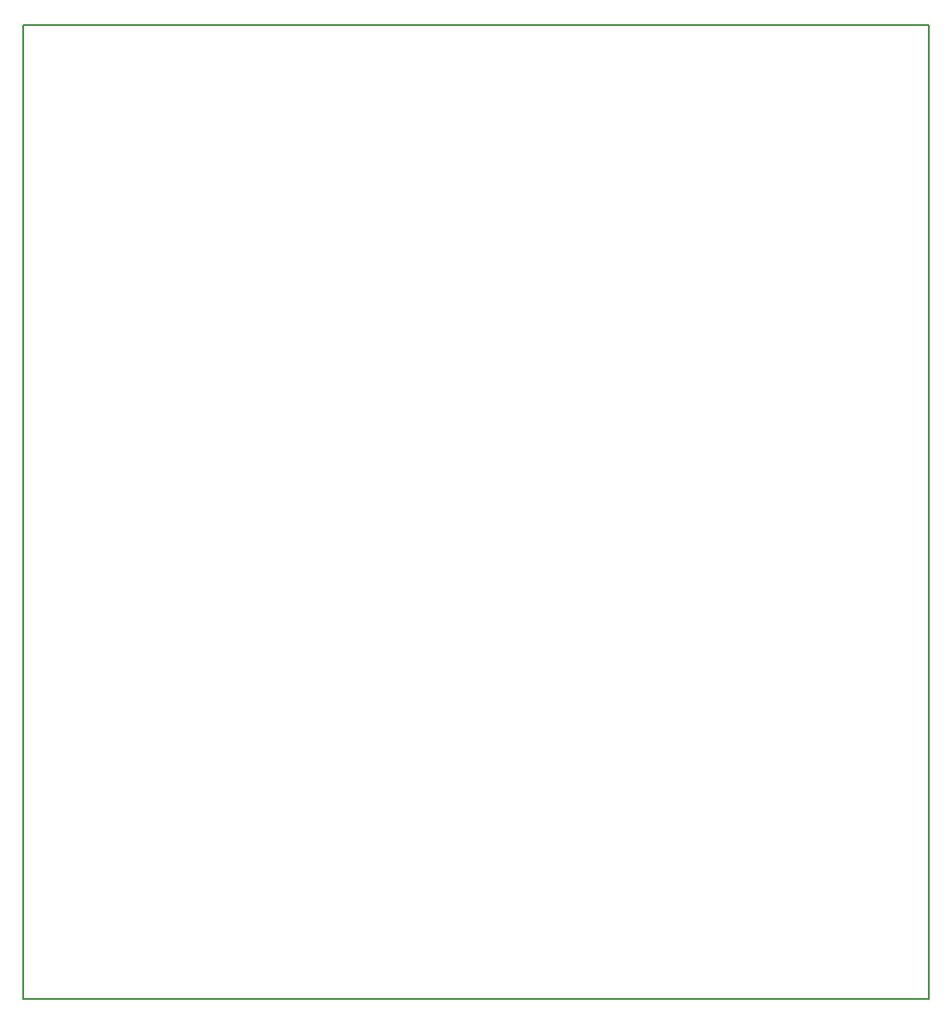
<source format=gm1>
G04 #@! TF.GenerationSoftware,KiCad,Pcbnew,(5.0.0)*
G04 #@! TF.CreationDate,2018-12-05T00:13:52-06:00*
G04 #@! TF.ProjectId,0002-ATX,303030322D4154582E6B696361645F70,0000*
G04 #@! TF.SameCoordinates,Original*
G04 #@! TF.FileFunction,Profile,NP*
%FSLAX46Y46*%
G04 Gerber Fmt 4.6, Leading zero omitted, Abs format (unit mm)*
G04 Created by KiCad (PCBNEW (5.0.0)) date 12/05/18 00:13:52*
%MOMM*%
%LPD*%
G01*
G04 APERTURE LIST*
%ADD10C,0.150000*%
G04 APERTURE END LIST*
D10*
X193802000Y-58420000D02*
X193802000Y-147320000D01*
X193802000Y-58420000D02*
X111125000Y-58420000D01*
X193802000Y-147320000D02*
X111125000Y-147320000D01*
X111125000Y-147320000D02*
X111125000Y-58420000D01*
M02*

</source>
